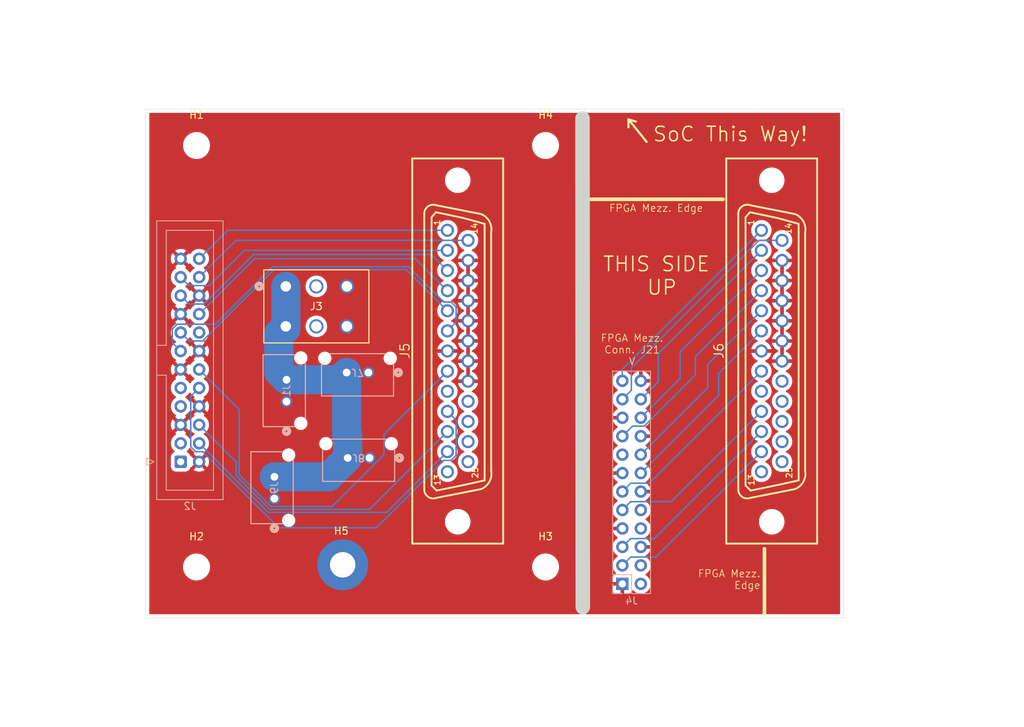
<source format=kicad_pcb>
(kicad_pcb (version 20241229) (generator "pcbnew") (generator_version "9.0")
  (layers (0 "F.Cu" signal) (2 "B.Cu" signal) (13 "F.Paste" user) (15 "B.Paste" user) (5 "F.SilkS" user "F.Silkscreen") (7 "B.SilkS" user "B.Silkscreen") (1 "F.Mask" user) (3 "B.Mask" user) (25 "Edge.Cuts" user))
  (net 0 "")
  (net 1 "GND")
  (net 3 "/Fin_~{CLR}")
  (net 6 "/Fin_S1")
  (net 7 "/Fin_S4")
  (net 8 "/Fin_~{LDAC}")
  (net 11 "/Fin_SCLK")
  (net 12 "/Fin_S3")
  (net 13 "/Fin_S2")
  (net 14 "/Fin_~{RESET}")
  (net 15 "/Fin_S0")
  (net 16 "/Fin_COPI")
  (net 17 "/Fin_CS")
  (net 38 "/supplyP")
  (net 39 "/vcut_S2")
  (net 40 "/vcut_COPI")
  (net 41 "/vcut_SCLK")
  (net 42 "/vcut_~{CLR}")
  (net 43 "/vcut_~{LDAC}")
  (net 44 "/vcut_~{RESET}")
  (net 45 "/vcut_S1")
  (net 46 "/vcut_S3")
  (net 47 "/vcut_CS")
  (net 48 "/vcut_S4")
  (net 49 "/vcut_S0")
  (net 50 "GND_Vcut")
  (footprint "MountingHole:MountingHole_3.2mm_M3" (layer "F.Cu") (at 86 111)
    (property "Reference" "H2" (at 0 -4.2 0) (layer "F.SilkS"))
    (property "Value" "MountingHole")
    (pad "" np_thru_hole circle (at 0 0) (size 3.2 3.2) (drill 3.2) (layers "*.Cu" "*.Mask"))
  )
  (footprint "MountingHole:MountingHole_3.2mm_M3" (layer "F.Cu") (at 134 111)
    (property "Reference" "H3" (at 0 -4.2 0) (layer "F.SilkS"))
    (property "Value" "MountingHole")
    (pad "" np_thru_hole circle (at 0 0) (size 3.2 3.2) (drill 3.2) (layers "*.Cu" "*.Mask"))
  )
  (footprint "MountingHole:MountingHole_3.5mm_Pad" (layer "F.Cu") (at 106.1 110.7)
    (property "Reference" "H5" (at -0.200001 -4.659199 0) (layer "F.SilkS"))
    (property "Value" "MountingHole_Pad")
    (pad "1" thru_hole circle (at 0 0) (size 7 7) (drill 3.5) (layers "*.Cu" "*.Mask") (net 1 "GND"))
  )
  (footprint "DS1034-25FUNSI44:DSUB-TH_DS1034-25FUNSI44" (layer "F.Cu") (at 165.1 81.28 90)
    (property "Reference" "J6" (at 0.03015 -7.2719 90) (layer "F.SilkS") (effects (font (size 1.27 1.27))))
    (property "Value" "DB25_Socket")
    (fp_line (start 26.5001 -6.2499) (end -26.4998 -6.2499) (stroke (width 0.254)) (layer "F.SilkS"))
    (fp_line (start 26.5001 -6.2499) (end 26.5001 6.2499) (stroke (width 0.254)) (layer "F.SilkS"))
    (fp_line (start 19 -4.5999) (end -19 -4.5999) (stroke (width 0.254)) (layer "F.SilkS"))
    (fp_line (start 18.4 -3.5999) (end 19.1 -3) (stroke (width 0.254)) (layer "F.SilkS"))
    (fp_line (start -18.1 -3.5992) (end 18.4 -3.5999) (stroke (width 0.254)) (layer "F.SilkS"))
    (fp_line (start -18.4988 -3.5992) (end -18.1 -3.5992) (stroke (width 0.254)) (layer "F.SilkS"))
    (fp_line (start 19.1 -3) (end 18.2999 0.8001) (stroke (width 0.254)) (layer "F.SilkS"))
    (fp_line (start -19.1999 -2.9007) (end -18.4988 -3.5992) (stroke (width 0.254)) (layer "F.SilkS"))
    (fp_line (start 18.2999 0.8001) (end 17.5001 3.7) (stroke (width 0.254)) (layer "F.SilkS"))
    (fp_line (start -18.4 1) (end -19.1999 -2.9007) (stroke (width 0.254)) (layer "F.SilkS"))
    (fp_line (start 18.8488 3.1994) (end 20.0495 -2.9012) (stroke (width 0.254)) (layer "F.SilkS"))
    (fp_line (start -19 3.1999) (end -20.2006 -2.9007) (stroke (width 0.254)) (layer "F.SilkS"))
    (fp_line (start 17.5001 3.7) (end -17.8001 3.7) (stroke (width 0.254)) (layer "F.SilkS"))
    (fp_line (start -17.8001 3.7) (end -18.4 1) (stroke (width 0.254)) (layer "F.SilkS"))
    (fp_line (start 16.2999 4.5999) (end -16.4998 4.5999) (stroke (width 0.254)) (layer "F.SilkS"))
    (fp_line (start -26.4998 6.2499) (end -26.4998 -6.2499) (stroke (width 0.254)) (layer "F.SilkS"))
    (fp_line (start -26.4998 6.2499) (end 26.5001 6.2499) (stroke (width 0.254)) (layer "F.SilkS"))
    (fp_arc (start 18.9489 -4.6005) (mid 19.937002 -4.033988) (end 20.0487 -2.9005) (stroke (width 0.254)) (layer "F.SilkS"))
    (fp_arc (start -20.1999 -2.8999) (mid -20.088225 -4.033504) (end -19.1 -4.5999) (stroke (width 0.254)) (layer "F.SilkS"))
    (fp_arc (start 18.8467 3.2009) (mid 17.846209 4.346526) (end 16.3466 4.6009) (stroke (width 0.254)) (layer "F.SilkS"))
    (fp_arc (start -16.4978 4.6015) (mid -17.997446 4.347136) (end -18.9979 3.2014) (stroke (width 0.254)) (layer "F.SilkS"))
    (fp_text user "13" (at -18.5999 -3.2539 90) (layer "F.SilkS") (effects (font (size 0.8 0.8) (thickness 0.1501)) (justify left top)))
    (fp_text user "25" (at -17.5946 1.9457 90) (layer "F.SilkS") (effects (font (size 0.8 0.8) (thickness 0.1501)) (justify left top)))
    (fp_text user "14" (at 16 1.8462 90) (layer "F.SilkS") (effects (font (size 0.8 0.8) (thickness 0.1501)) (justify left top)))
    (fp_text user "1" (at 17.1983 -3.2943 90) (layer "F.SilkS") (effects (font (size 0.8 0.8) (thickness 0.1501)) (justify left top)))
    (pad "" np_thru_hole circle (at -23.5001 0 90) (size 3 3) (drill 3) (layers "*.Cu" "*.Mask"))
    (pad "" np_thru_hole circle (at 23.5001 0 90) (size 3 3) (drill 3) (layers "*.Cu" "*.Mask"))
    (pad "1" thru_hole oval (at 16.6192 -1.4199 90) (size 1.8 1.8) (drill 1.1998) (layers "*.Cu" "*.Mask") (net 45 "/vcut_S1"))
    (pad "2" thru_hole oval (at 13.8506 -1.4199 90) (size 1.8 1.8) (drill 1.1998) (layers "*.Cu" "*.Mask") (net 39 "/vcut_S2"))
    (pad "3" thru_hole oval (at 11.0795 -1.4199 90) (size 1.8 1.8) (drill 1.1998) (layers "*.Cu" "*.Mask") (net 47 "/vcut_CS"))
    (pad "4" thru_hole oval (at 8.3109 -1.4199 90) (size 1.8 1.8) (drill 1.1998) (layers "*.Cu" "*.Mask") (net 41 "/vcut_SCLK"))
    (pad "5" thru_hole oval (at 5.5397 -1.4199 90) (size 1.8 1.8) (drill 1.1998) (layers "*.Cu" "*.Mask") (net 46 "/vcut_S3"))
    (pad "6" thru_hole oval (at 2.7686 -1.4199 90) (size 1.8 1.8) (drill 1.1998) (layers "*.Cu" "*.Mask") (net 48 "/vcut_S4"))
    (pad "7" thru_hole oval (at 0 -1.4199 90) (size 1.8 1.8) (drill 1.1998) (layers "*.Cu" "*.Mask") (net 50 "GND_Vcut"))
    (pad "8" thru_hole oval (at -2.7711 -1.4199 90) (size 1.8 1.8) (drill 1.1998) (layers "*.Cu" "*.Mask") (net 40 "/vcut_COPI"))
    (pad "9" thru_hole oval (at -5.5397 -1.4201 90) (size 1.8 1.8) (drill 1.1998) (layers "*.Cu" "*.Mask"))
    (pad "10" thru_hole oval (at -8.3109 -1.4199 90) (size 1.8 1.8) (drill 1.1998) (layers "*.Cu" "*.Mask") (net 42 "/vcut_~{CLR}"))
    (pad "11" thru_hole oval (at -11.0795 -1.4199 90) (size 1.8 1.8) (drill 1.1998) (layers "*.Cu" "*.Mask") (net 44 "/vcut_~{RESET}"))
    (pad "12" thru_hole oval (at -13.8506 -1.4199 90) (size 1.8 1.8) (drill 1.1998) (layers "*.Cu" "*.Mask") (net 43 "/vcut_~{LDAC}"))
    (pad "13" thru_hole oval (at -16.6192 -1.4173 90) (size 1.8 1.8) (drill 1.1998) (layers "*.Cu" "*.Mask"))
    (pad "14" thru_hole oval (at 15.2349 1.4201 270) (size 1.8 1.8) (drill 1.1998) (layers "*.Cu" "*.Mask") (net 49 "/vcut_S0"))
    (pad "15" thru_hole oval (at 12.465 1.4201 270) (size 1.8 1.8) (drill 1.1998) (layers "*.Cu" "*.Mask") (net 50 "GND_Vcut"))
    (pad "16" thru_hole oval (at 9.6949 1.4201 270) (size 1.8 1.8) (drill 1.1998) (layers "*.Cu" "*.Mask") (net 50 "GND_Vcut"))
    (pad "17" thru_hole oval (at 6.9251 1.4201 270) (size 1.8 1.8) (drill 1.1998) (layers "*.Cu" "*.Mask") (net 50 "GND_Vcut"))
    (pad "18" thru_hole oval (at 4.1549 1.4201 270) (size 1.8 1.8) (drill 1.1998) (layers "*.Cu" "*.Mask") (net 50 "GND_Vcut"))
    (pad "19" thru_hole oval (at 1.3851 1.4201 270) (size 1.8 1.8) (drill 1.1998) (layers "*.Cu" "*.Mask") (net 50 "GND_Vcut"))
    (pad "20" thru_hole oval (at -1.3851 1.4201 270) (size 1.8 1.8) (drill 1.1998) (layers "*.Cu" "*.Mask") (net 50 "GND_Vcut"))
    (pad "21" thru_hole oval (at -4.1549 1.4201 270) (size 1.8 1.8) (drill 1.1998) (layers "*.Cu" "*.Mask"))
    (pad "22" thru_hole oval (at -6.9251 1.4201 270) (size 1.8 1.8) (drill 1.1998) (layers "*.Cu" "*.Mask"))
    (pad "23" thru_hole oval (at -9.6949 1.4201 270) (size 1.8 1.8) (drill 1.1998) (layers "*.Cu" "*.Mask"))
    (pad "24" thru_hole oval (at -12.465 1.4201 270) (size 1.8 1.8) (drill 1.1998) (layers "*.Cu" "*.Mask"))
    (pad "25" thru_hole oval (at -15.2349 1.4201 270) (size 1.8 1.8) (drill 1.1998) (layers "*.Cu" "*.Mask"))
  )
  (footprint "MountingHole:MountingHole_3.2mm_M3" (layer "F.Cu") (at 134 53)
    (property "Reference" "H4" (at 0 -4.2 0) (layer "F.SilkS"))
    (property "Value" "MountingHole")
    (pad "" np_thru_hole circle (at 0 0) (size 3.2 3.2) (drill 3.2) (layers "*.Cu" "*.Mask"))
  )
  (footprint "MountingHole:MountingHole_3.2mm_M3" (layer "F.Cu") (at 86 53)
    (property "Reference" "H1" (at 0 -4.2 0) (layer "F.SilkS"))
    (property "Value" "MountingHole")
    (pad "" np_thru_hole circle (at 0 0) (size 3.2 3.2) (drill 3.2) (layers "*.Cu" "*.Mask"))
  )
  (footprint "ul_0039281063-5566-06A:CONN_0039281063_5566-06A_MOL" (layer "F.Cu") (at 98.280002 72.385101)
    (property "Reference" "J3" (at 4.199999 2.75 0) (layer "F.SilkS"))
    (property "Value" "Molex6")
    (fp_line (start -3.026301 -2.277001) (end -3.026301 7.781399) (stroke (width 0.1524)) (layer "F.SilkS"))
    (fp_line (start -3.026301 7.781399) (end 11.426299 7.781399) (stroke (width 0.1524)) (layer "F.SilkS"))
    (fp_line (start 11.426299 -2.277001) (end -3.026301 -2.277001) (stroke (width 0.1524)) (layer "F.SilkS"))
    (fp_line (start 11.426299 7.781399) (end 11.426299 -2.277001) (stroke (width 0.1524)) (layer "F.SilkS"))
    (fp_circle (center -3.661301 0) (end -3.280301 0) (stroke (width 0.508)) (fill no) (layer "F.SilkS"))
    (fp_circle (center -3.661301 0) (end -3.280301 0) (stroke (width 0.508)) (fill no) (layer "B.SilkS"))
    (pad "1" thru_hole circle (at 0 0) (size 1.9558 1.9558) (drill 1.4478) (layers "*.Cu" "*.Mask") (net 38 "/supplyP"))
    (pad "2" thru_hole circle (at 0 5.499999) (size 1.9558 1.9558) (drill 1.4478) (layers "*.Cu" "*.Mask") (net 38 "/supplyP"))
    (pad "3" thru_hole circle (at 4.199999 0) (size 1.9558 1.9558) (drill 1.4478) (layers "*.Cu" "*.Mask"))
    (pad "4" thru_hole circle (at 4.199999 5.499999) (size 1.9558 1.9558) (drill 1.4478) (layers "*.Cu" "*.Mask"))
    (pad "5" thru_hole circle (at 8.399998 0) (size 1.9558 1.9558) (drill 1.4478) (layers "*.Cu" "*.Mask") (net 1 "GND"))
    (pad "6" thru_hole circle (at 8.399998 5.499999) (size 1.9558 1.9558) (drill 1.4478) (layers "*.Cu" "*.Mask") (net 1 "GND"))
  )
  (footprint "DS1034-25FUNSI44:DSUB-TH_DS1034-25FUNSI44" (layer "F.Cu") (at 121.92 81.28 90)
    (property "Reference" "J5" (at 0.03015 -7.2719 90) (layer "F.SilkS") (effects (font (size 1.27 1.27))))
    (property "Value" "DB25_Socket")
    (fp_line (start 26.5001 -6.2499) (end -26.4998 -6.2499) (stroke (width 0.254)) (layer "F.SilkS"))
    (fp_line (start 26.5001 -6.2499) (end 26.5001 6.2499) (stroke (width 0.254)) (layer "F.SilkS"))
    (fp_line (start 19 -4.5999) (end -19 -4.5999) (stroke (width 0.254)) (layer "F.SilkS"))
    (fp_line (start 18.4 -3.5999) (end 19.1 -3) (stroke (width 0.254)) (layer "F.SilkS"))
    (fp_line (start -18.1 -3.5992) (end 18.4 -3.5999) (stroke (width 0.254)) (layer "F.SilkS"))
    (fp_line (start -18.4988 -3.5992) (end -18.1 -3.5992) (stroke (width 0.254)) (layer "F.SilkS"))
    (fp_line (start 19.1 -3) (end 18.2999 0.8001) (stroke (width 0.254)) (layer "F.SilkS"))
    (fp_line (start -19.1999 -2.9007) (end -18.4988 -3.5992) (stroke (width 0.254)) (layer "F.SilkS"))
    (fp_line (start 18.2999 0.8001) (end 17.5001 3.7) (stroke (width 0.254)) (layer "F.SilkS"))
    (fp_line (start -18.4 1) (end -19.1999 -2.9007) (stroke (width 0.254)) (layer "F.SilkS"))
    (fp_line (start 18.8488 3.1994) (end 20.0495 -2.9012) (stroke (width 0.254)) (layer "F.SilkS"))
    (fp_line (start -19 3.1999) (end -20.2006 -2.9007) (stroke (width 0.254)) (layer "F.SilkS"))
    (fp_line (start 17.5001 3.7) (end -17.8001 3.7) (stroke (width 0.254)) (layer "F.SilkS"))
    (fp_line (start -17.8001 3.7) (end -18.4 1) (stroke (width 0.254)) (layer "F.SilkS"))
    (fp_line (start 16.2999 4.5999) (end -16.4998 4.5999) (stroke (width 0.254)) (layer "F.SilkS"))
    (fp_line (start -26.4998 6.2499) (end -26.4998 -6.2499) (stroke (width 0.254)) (layer "F.SilkS"))
    (fp_line (start -26.4998 6.2499) (end 26.5001 6.2499) (stroke (width 0.254)) (layer "F.SilkS"))
    (fp_arc (start 18.9489 -4.6005) (mid 19.937002 -4.033988) (end 20.0487 -2.9005) (stroke (width 0.254)) (layer "F.SilkS"))
    (fp_arc (start -20.1999 -2.8999) (mid -20.088225 -4.033504) (end -19.1 -4.5999) (stroke (width 0.254)) (layer "F.SilkS"))
    (fp_arc (start 18.8467 3.2009) (mid 17.846209 4.346526) (end 16.3466 4.6009) (stroke (width 0.254)) (layer "F.SilkS"))
    (fp_arc (start -16.4978 4.6015) (mid -17.997446 4.347136) (end -18.9979 3.2014) (stroke (width 0.254)) (layer "F.SilkS"))
    (fp_text user "1" (at 17.1983 -3.2943 90) (layer "F.SilkS") (effects (font (size 0.8 0.8) (thickness 0.1501)) (justify left top)))
    (fp_text user "25" (at -17.5946 1.9457 90) (layer "F.SilkS") (effects (font (size 0.8 0.8) (thickness 0.1501)) (justify left top)))
    (fp_text user "13" (at -18.5999 -3.2539 90) (layer "F.SilkS") (effects (font (size 0.8 0.8) (thickness 0.1501)) (justify left top)))
    (fp_text user "14" (at 16 1.8462 90) (layer "F.SilkS") (effects (font (size 0.8 0.8) (thickness 0.1501)) (justify left top)))
    (pad "" np_thru_hole circle (at -23.5001 0 90) (size 3 3) (drill 3) (layers "*.Cu" "*.Mask"))
    (pad "" np_thru_hole circle (at 23.5001 0 90) (size 3 3) (drill 3) (layers "*.Cu" "*.Mask"))
    (pad "1" thru_hole oval (at 16.6192 -1.4199 90) (size 1.8 1.8) (drill 1.1998) (layers "*.Cu" "*.Mask") (net 6 "/Fin_S1"))
    (pad "2" thru_hole oval (at 13.8506 -1.4199 90) (size 1.8 1.8) (drill 1.1998) (layers "*.Cu" "*.Mask") (net 13 "/Fin_S2"))
    (pad "3" thru_hole oval (at 11.0795 -1.4199 90) (size 1.8 1.8) (drill 1.1998) (layers "*.Cu" "*.Mask") (net 17 "/Fin_CS"))
    (pad "4" thru_hole oval (at 8.3109 -1.4199 90) (size 1.8 1.8) (drill 1.1998) (layers "*.Cu" "*.Mask") (net 11 "/Fin_SCLK"))
    (pad "5" thru_hole oval (at 5.5397 -1.4199 90) (size 1.8 1.8) (drill 1.1998) (layers "*.Cu" "*.Mask") (net 12 "/Fin_S3"))
    (pad "6" thru_hole oval (at 2.7686 -1.4199 90) (size 1.8 1.8) (drill 1.1998) (layers "*.Cu" "*.Mask") (net 7 "/Fin_S4"))
    (pad "7" thru_hole oval (at 0 -1.4199 90) (size 1.8 1.8) (drill 1.1998) (layers "*.Cu" "*.Mask") (net 1 "GND"))
    (pad "8" thru_hole oval (at -2.7711 -1.4199 90) (size 1.8 1.8) (drill 1.1998) (layers "*.Cu" "*.Mask") (net 16 "/Fin_COPI"))
    (pad "9" thru_hole oval (at -5.5397 -1.4201 90) (size 1.8 1.8) (drill 1.1998) (layers "*.Cu" "*.Mask"))
    (pad "10" thru_hole oval (at -8.3109 -1.4199 90) (size 1.8 1.8) (drill 1.1998) (layers "*.Cu" "*.Mask") (net 3 "/Fin_~{CLR}"))
    (pad "11" thru_hole oval (at -11.0795 -1.4199 90) (size 1.8 1.8) (drill 1.1998) (layers "*.Cu" "*.Mask") (net 14 "/Fin_~{RESET}"))
    (pad "12" thru_hole oval (at -13.8506 -1.4199 90) (size 1.8 1.8) (drill 1.1998) (layers "*.Cu" "*.Mask") (net 8 "/Fin_~{LDAC}"))
    (pad "13" thru_hole oval (at -16.6192 -1.4173 90) (size 1.8 1.8) (drill 1.1998) (layers "*.Cu" "*.Mask"))
    (pad "14" thru_hole oval (at 15.2349 1.4201 270) (size 1.8 1.8) (drill 1.1998) (layers "*.Cu" "*.Mask") (net 15 "/Fin_S0"))
    (pad "15" thru_hole oval (at 12.465 1.4201 270) (size 1.8 1.8) (drill 1.1998) (layers "*.Cu" "*.Mask") (net 1 "GND"))
    (pad "16" thru_hole oval (at 9.6949 1.4201 270) (size 1.8 1.8) (drill 1.1998) (layers "*.Cu" "*.Mask") (net 1 "GND"))
    (pad "17" thru_hole oval (at 6.9251 1.4201 270) (size 1.8 1.8) (drill 1.1998) (layers "*.Cu" "*.Mask") (net 1 "GND"))
    (pad "18" thru_hole oval (at 4.1549 1.4201 270) (size 1.8 1.8) (drill 1.1998) (layers "*.Cu" "*.Mask") (net 1 "GND"))
    (pad "19" thru_hole oval (at 1.3851 1.4201 270) (size 1.8 1.8) (drill 1.1998) (layers "*.Cu" "*.Mask") (net 1 "GND"))
    (pad "20" thru_hole oval (at -1.3851 1.4201 270) (size 1.8 1.8) (drill 1.1998) (layers "*.Cu" "*.Mask") (net 1 "GND"))
    (pad "21" thru_hole oval (at -4.1549 1.4201 270) (size 1.8 1.8) (drill 1.1998) (layers "*.Cu" "*.Mask") (net 1 "GND"))
    (pad "22" thru_hole oval (at -6.9251 1.4201 270) (size 1.8 1.8) (drill 1.1998) (layers "*.Cu" "*.Mask"))
    (pad "23" thru_hole oval (at -9.6949 1.4201 270) (size 1.8 1.8) (drill 1.1998) (layers "*.Cu" "*.Mask"))
    (pad "24" thru_hole oval (at -12.465 1.4201 270) (size 1.8 1.8) (drill 1.1998) (layers "*.Cu" "*.Mask"))
    (pad "25" thru_hole oval (at -15.2349 1.4201 270) (size 1.8 1.8) (drill 1.1998) (layers "*.Cu" "*.Mask"))
  )
  (footprint "ul_436500215:CONN_SD-43650-006_02_MOL" (layer "B.Cu") (at 108.29 96.31)
    (property "Reference" "J8" (at 0 -0.318699 180) (layer "B.SilkS") (effects (justify mirror)))
    (property "Value" "Molex Microfit")
    (fp_circle (center 5.588 -0.318699) (end 5.969 -0.318699) (stroke (width 0.508)) (fill no) (layer "F.SilkS"))
    (fp_line (start -4.953 2.9083) (end -4.953 -1.394892) (stroke (width 0.1524)) (layer "B.SilkS"))
    (fp_line (start -3.731929 -2.9083) (end 3.731929 -2.9083) (stroke (width 0.1524)) (layer "B.SilkS"))
    (fp_line (start 4.953 -1.394892) (end 4.953 2.9083) (stroke (width 0.1524)) (layer "B.SilkS"))
    (fp_line (start 4.953 2.9083) (end -4.953 2.9083) (stroke (width 0.1524)) (layer "B.SilkS"))
    (fp_circle (center 5.588 -0.318699) (end 5.969 -0.318699) (stroke (width 0.508)) (fill no) (layer "B.SilkS"))
    (pad "" np_thru_hole circle (at -4.499999 -2.2787) (size 1.3208 1.3208) (drill 1.3208) (layers "*.Cu" "*.Mask"))
    (pad "" np_thru_hole circle (at 4.499999 -2.2787) (size 1.3208 1.3208) (drill 1.3208) (layers "*.Cu" "*.Mask"))
    (pad "1" thru_hole circle (at 1.5 -0.318699) (size 1.5748 1.5748) (drill 1.0668) (layers "*.Cu" "*.Mask") (net 1 "GND"))
    (pad "2" thru_hole circle (at -1.5 -0.318699) (size 1.5748 1.5748) (drill 1.0668) (layers "*.Cu" "*.Mask") (net 38 "/supplyP"))
  )
  (footprint "ul_436500215:CONN_SD-43650-006_02_MOL" (layer "B.Cu") (at 96.388699 100.09 -90)
    (property "Reference" "J9" (at 0 -0.318699 90) (layer "B.SilkS") (effects (justify mirror)))
    (property "Value" "Molex Microfit")
    (fp_circle (center 5.588 -0.318699) (end 5.969 -0.318699) (stroke (width 0.508)) (fill no) (layer "F.SilkS"))
    (fp_line (start -4.953 2.9083) (end -4.953 -1.394892) (stroke (width 0.1524)) (layer "B.SilkS"))
    (fp_line (start 4.953 2.9083) (end -4.953 2.9083) (stroke (width 0.1524)) (layer "B.SilkS"))
    (fp_line (start 4.953 -1.394892) (end 4.953 2.9083) (stroke (width 0.1524)) (layer "B.SilkS"))
    (fp_line (start -3.731929 -2.9083) (end 3.731929 -2.9083) (stroke (width 0.1524)) (layer "B.SilkS"))
    (fp_circle (center 5.588 -0.318699) (end 5.969 -0.318699) (stroke (width 0.508)) (fill no) (layer "B.SilkS"))
    (pad "" np_thru_hole circle (at -4.499999 -2.2787 270) (size 1.3208 1.3208) (drill 1.3208) (layers "*.Cu" "*.Mask"))
    (pad "" np_thru_hole circle (at 4.499999 -2.2787 270) (size 1.3208 1.3208) (drill 1.3208) (layers "*.Cu" "*.Mask"))
    (pad "1" thru_hole circle (at 1.5 -0.318699 270) (size 1.5748 1.5748) (drill 1.0668) (layers "*.Cu" "*.Mask") (net 1 "GND"))
    (pad "2" thru_hole circle (at -1.5 -0.318699 270) (size 1.5748 1.5748) (drill 1.0668) (layers "*.Cu" "*.Mask") (net 38 "/supplyP"))
  )
  (footprint "ul_436500215:CONN_SD-43650-006_02_MOL" (layer "B.Cu") (at 108.14 84.558699)
    (property "Reference" "J7" (at 0 -0.318699 180) (layer "B.SilkS") (effects (justify mirror)))
    (property "Value" "Molex Microfit")
    (fp_circle (center 5.588 -0.318699) (end 5.969 -0.318699) (stroke (width 0.508)) (fill no) (layer "F.SilkS"))
    (fp_line (start -4.953 2.9083) (end -4.953 -1.394892) (stroke (width 0.1524)) (layer "B.SilkS"))
    (fp_line (start -3.731929 -2.9083) (end 3.731929 -2.9083) (stroke (width 0.1524)) (layer "B.SilkS"))
    (fp_line (start 4.953 -1.394892) (end 4.953 2.9083) (stroke (width 0.1524)) (layer "B.SilkS"))
    (fp_line (start 4.953 2.9083) (end -4.953 2.9083) (stroke (width 0.1524)) (layer "B.SilkS"))
    (fp_circle (center 5.588 -0.318699) (end 5.969 -0.318699) (stroke (width 0.508)) (fill no) (layer "B.SilkS"))
    (pad "" np_thru_hole circle (at -4.499999 -2.2787) (size 1.3208 1.3208) (drill 1.3208) (layers "*.Cu" "*.Mask"))
    (pad "" np_thru_hole circle (at 4.499999 -2.2787) (size 1.3208 1.3208) (drill 1.3208) (layers "*.Cu" "*.Mask"))
    (pad "1" thru_hole circle (at 1.5 -0.318699) (size 1.5748 1.5748) (drill 1.0668) (layers "*.Cu" "*.Mask") (net 1 "GND"))
    (pad "2" thru_hole circle (at -1.5 -0.318699) (size 1.5748 1.5748) (drill 1.0668) (layers "*.Cu" "*.Mask") (net 38 "/supplyP"))
  )
  (footprint "Connector_IDC:IDC-Header_2x12_P2.54mm_Vertical" (layer "B.Cu") (at 83.82 96.52)
    (property "Reference" "J2" (at 1.27 6.1 180) (layer "B.SilkS") (effects (justify mirror)))
    (property "Value" "Conn_02x12_Odd_Even")
    (fp_line (start -4.68 -0.5) (end -3.68 0) (stroke (width 0.12)) (layer "B.SilkS"))
    (fp_line (start -4.68 0.5) (end -4.68 -0.5) (stroke (width 0.12)) (layer "B.SilkS"))
    (fp_line (start -3.68 0) (end -4.68 0.5) (stroke (width 0.12)) (layer "B.SilkS"))
    (fp_line (start -3.29 -33.15) (end -3.29 5.21) (stroke (width 0.12)) (layer "B.SilkS"))
    (fp_line (start -3.29 -11.92) (end -1.98 -11.92) (stroke (width 0.12)) (layer "B.SilkS"))
    (fp_line (start -3.29 5.21) (end 5.83 5.21) (stroke (width 0.12)) (layer "B.SilkS"))
    (fp_line (start -1.98 -31.85) (end -1.98 -16.02) (stroke (width 0.12)) (layer "B.SilkS"))
    (fp_line (start -1.98 -16.02) (end -3.29 -16.02) (stroke (width 0.12)) (layer "B.SilkS"))
    (fp_line (start -1.98 -16.02) (end -1.98 -16.02) (stroke (width 0.12)) (layer "B.SilkS"))
    (fp_line (start -1.98 -11.92) (end -1.98 3.91) (stroke (width 0.12)) (layer "B.SilkS"))
    (fp_line (start -1.98 3.91) (end 4.52 3.91) (stroke (width 0.12)) (layer "B.SilkS"))
    (fp_line (start 4.52 -31.85) (end -1.98 -31.85) (stroke (width 0.12)) (layer "B.SilkS"))
    (fp_line (start 4.52 3.91) (end 4.52 -31.85) (stroke (width 0.12)) (layer "B.SilkS"))
    (fp_line (start 5.83 -33.15) (end -3.29 -33.15) (stroke (width 0.12)) (layer "B.SilkS"))
    (fp_line (start 5.83 5.21) (end 5.83 -33.15) (stroke (width 0.12)) (layer "B.SilkS"))
    (pad "1" thru_hole roundrect (at 0 0) (size 1.7 1.7) (drill 1) (layers "*.Cu" "*.Mask") (roundrect_rratio 0.147059))
    (pad "2" thru_hole circle (at 2.54 0) (size 1.7 1.7) (drill 1) (layers "*.Cu" "*.Mask") (net 1 "GND"))
    (pad "3" thru_hole circle (at 0 -2.54) (size 1.7 1.7) (drill 1) (layers "*.Cu" "*.Mask"))
    (pad "4" thru_hole circle (at 2.54 -2.54) (size 1.7 1.7) (drill 1) (layers "*.Cu" "*.Mask") (net 8 "/Fin_~{LDAC}"))
    (pad "5" thru_hole circle (at 0 -5.08) (size 1.7 1.7) (drill 1) (layers "*.Cu" "*.Mask") (net 1 "GND"))
    (pad "6" thru_hole circle (at 2.54 -5.08) (size 1.7 1.7) (drill 1) (layers "*.Cu" "*.Mask") (net 14 "/Fin_~{RESET}"))
    (pad "7" thru_hole circle (at 0 -7.62) (size 1.7 1.7) (drill 1) (layers "*.Cu" "*.Mask"))
    (pad "8" thru_hole circle (at 2.54 -7.62) (size 1.7 1.7) (drill 1) (layers "*.Cu" "*.Mask") (net 1 "GND"))
    (pad "9" thru_hole circle (at 0 -10.16) (size 1.7 1.7) (drill 1) (layers "*.Cu" "*.Mask"))
    (pad "10" thru_hole circle (at 2.54 -10.16) (size 1.7 1.7) (drill 1) (layers "*.Cu" "*.Mask") (net 3 "/Fin_~{CLR}"))
    (pad "11" thru_hole circle (at 0 -12.7) (size 1.7 1.7) (drill 1) (layers "*.Cu" "*.Mask") (net 1 "GND"))
    (pad "12" thru_hole circle (at 2.54 -12.7) (size 1.7 1.7) (drill 1) (layers "*.Cu" "*.Mask") (net 16 "/Fin_COPI"))
    (pad "13" thru_hole circle (at 0 -15.24) (size 1.7 1.7) (drill 1) (layers "*.Cu" "*.Mask") (net 7 "/Fin_S4"))
    (pad "14" thru_hole circle (at 2.54 -15.24) (size 1.7 1.7) (drill 1) (layers "*.Cu" "*.Mask") (net 1 "GND"))
    (pad "15" thru_hole circle (at 0 -17.78) (size 1.7 1.7) (drill 1) (layers "*.Cu" "*.Mask") (net 12 "/Fin_S3"))
    (pad "16" thru_hole circle (at 2.54 -17.78) (size 1.7 1.7) (drill 1) (layers "*.Cu" "*.Mask"))
    (pad "17" thru_hole circle (at 0 -20.32) (size 1.7 1.7) (drill 1) (layers "*.Cu" "*.Mask") (net 1 "GND"))
    (pad "18" thru_hole circle (at 2.54 -20.32) (size 1.7 1.7) (drill 1) (layers "*.Cu" "*.Mask") (net 11 "/Fin_SCLK"))
    (pad "19" thru_hole circle (at 0 -22.86) (size 1.7 1.7) (drill 1) (layers "*.Cu" "*.Mask") (net 17 "/Fin_CS"))
    (pad "20" thru_hole circle (at 2.54 -22.86) (size 1.7 1.7) (drill 1) (layers "*.Cu" "*.Mask") (net 1 "GND"))
    (pad "21" thru_hole circle (at 0 -25.4) (size 1.7 1.7) (drill 1) (layers "*.Cu" "*.Mask") (net 13 "/Fin_S2"))
    (pad "22" thru_hole circle (at 2.54 -25.4) (size 1.7 1.7) (drill 1) (layers "*.Cu" "*.Mask") (net 15 "/Fin_S0"))
    (pad "23" thru_hole circle (at 0 -27.94) (size 1.7 1.7) (drill 1) (layers "*.Cu" "*.Mask") (net 1 "GND"))
    (pad "24" thru_hole circle (at 2.54 -27.94) (size 1.7 1.7) (drill 1) (layers "*.Cu" "*.Mask") (net 6 "/Fin_S1"))
  )
  (footprint "Connector_PinHeader_2.54mm:PinHeader_2x12_P2.54mm_Vertical" (layer "B.Cu") (at 144.56 113.32)
    (property "Reference" "J4" (at 1.27 2.33 180) (layer "B.SilkS") (effects (justify mirror)))
    (property "Value" "Conn_02x12_Odd_Even")
    (fp_line (start -1.33 -29.27) (end 3.87 -29.27) (stroke (width 0.12)) (layer "B.SilkS"))
    (fp_line (start -1.33 -1.27) (end -1.33 -29.27) (stroke (width 0.12)) (layer "B.SilkS"))
    (fp_line (start -1.33 -1.27) (end 1.27 -1.27) (stroke (width 0.12)) (layer "B.SilkS"))
    (fp_line (start -1.33 0) (end -1.33 1.33) (stroke (width 0.12)) (layer "B.SilkS"))
    (fp_line (start -1.33 1.33) (end 0 1.33) (stroke (width 0.12)) (layer "B.SilkS"))
    (fp_line (start 1.27 -1.27) (end 1.27 1.33) (stroke (width 0.12)) (layer "B.SilkS"))
    (fp_line (start 1.27 1.33) (end 3.87 1.33) (stroke (width 0.12)) (layer "B.SilkS"))
    (fp_line (start 3.87 1.33) (end 3.87 -29.27) (stroke (width 0.12)) (layer "B.SilkS"))
    (pad "1" thru_hole rect (at 0 0) (size 1.7 1.7) (drill 1) (layers "*.Cu" "*.Mask") (net 50 "GND_Vcut"))
    (pad "2" thru_hole oval (at 2.54 0) (size 1.7 1.7) (drill 1) (layers "*.Cu" "*.Mask"))
    (pad "3" thru_hole oval (at 0 -2.54) (size 1.7 1.7) (drill 1) (layers "*.Cu" "*.Mask") (net 43 "/vcut_~{LDAC}"))
    (pad "4" thru_hole oval (at 2.54 -2.54) (size 1.7 1.7) (drill 1) (layers "*.Cu" "*.Mask"))
    (pad "5" thru_hole oval (at 0 -5.08) (size 1.7 1.7) (drill 1) (layers "*.Cu" "*.Mask") (net 44 "/vcut_~{RESET}"))
    (pad "6" thru_hole oval (at 2.54 -5.08) (size 1.7 1.7) (drill 1) (layers "*.Cu" "*.Mask") (net 50 "GND_Vcut"))
    (pad "7" thru_hole oval (at 0 -7.62) (size 1.7 1.7) (drill 1) (layers "*.Cu" "*.Mask") (net 50 "GND_Vcut"))
    (pad "8" thru_hole oval (at 2.54 -7.62) (size 1.7 1.7) (drill 1) (layers "*.Cu" "*.Mask"))
    (pad "9" thru_hole oval (at 0 -10.16) (size 1.7 1.7) (drill 1) (layers "*.Cu" "*.Mask") (net 42 "/vcut_~{CLR}"))
    (pad "10" thru_hole oval (at 2.54 -10.16) (size 1.7 1.7) (drill 1) (layers "*.Cu" "*.Mask"))
    (pad "11" thru_hole oval (at 0 -12.7) (size 1.7 1.7) (drill 1) (layers "*.Cu" "*.Mask") (net 40 "/vcut_COPI"))
    (pad "12" thru_hole oval (at 2.54 -12.7) (size 1.7 1.7) (drill 1) (layers "*.Cu" "*.Mask") (net 50 "GND_Vcut"))
    (pad "13" thru_hole oval (at 0 -15.24) (size 1.7 1.7) (drill 1) (layers "*.Cu" "*.Mask") (net 50 "GND_Vcut"))
    (pad "14" thru_hole oval (at 2.54 -15.24) (size 1.7 1.7) (drill 1) (layers "*.Cu" "*.Mask") (net 48 "/vcut_S4"))
    (pad "15" thru_hole oval (at 0 -17.78) (size 1.7 1.7) (drill 1) (layers "*.Cu" "*.Mask"))
    (pad "16" thru_hole oval (at 2.54 -17.78) (size 1.7 1.7) (drill 1) (layers "*.Cu" "*.Mask") (net 46 "/vcut_S3"))
    (pad "17" thru_hole oval (at 0 -20.32) (size 1.7 1.7) (drill 1) (layers "*.Cu" "*.Mask") (net 41 "/vcut_SCLK"))
    (pad "18" thru_hole oval (at 2.54 -20.32) (size 1.7 1.7) (drill 1) (layers "*.Cu" "*.Mask") (net 50 "GND_Vcut"))
    (pad "19" thru_hole oval (at 0 -22.86) (size 1.7 1.7) (drill 1) (layers "*.Cu" "*.Mask") (net 50 "GND_Vcut"))
    (pad "20" thru_hole oval (at 2.54 -22.86) (size 1.7 1.7) (drill 1) (layers "*.Cu" "*.Mask") (net 47 "/vcut_CS"))
    (pad "21" thru_hole oval (at 0 -25.4) (size 1.7 1.7) (drill 1) (layers "*.Cu" "*.Mask") (net 49 "/vcut_S0"))
    (pad "22" thru_hole oval (at 2.54 -25.4) (size 1.7 1.7) (drill 1) (layers "*.Cu" "*.Mask") (net 39 "/vcut_S2"))
    (pad "23" thru_hole oval (at 0 -27.94) (size 1.7 1.7) (drill 1) (layers "*.Cu" "*.Mask") (net 45 "/vcut_S1"))
    (pad "24" thru_hole oval (at 2.54 -27.94) (size 1.7 1.7) (drill 1) (layers "*.Cu" "*.Mask") (net 50 "GND_Vcut"))
  )
  (footprint "ul_436500215:CONN_SD-43650-006_02_MOL" (layer "B.Cu") (at 98.0611 86.7338 -90)
    (property "Reference" "J1" (at 0 -0.318699 90) (layer "B.SilkS") (effects (justify mirror)))
    (property "Value" "Molex Microfit")
    (fp_circle (center 5.588 -0.318699) (end 5.969 -0.318699) (stroke (width 0.508)) (fill no) (layer "F.SilkS"))
    (fp_line (start -4.953 2.9083) (end -4.953 -1.394892) (stroke (width 0.1524)) (layer "B.SilkS"))
    (fp_line (start 4.953 2.9083) (end -4.953 2.9083) (stroke (width 0.1524)) (layer "B.SilkS"))
    (fp_line (start 4.953 -1.394892) (end 4.953 2.9083) (stroke (width 0.1524)) (layer "B.SilkS"))
    (fp_line (start -3.731929 -2.9083) (end 3.731929 -2.9083) (stroke (width 0.1524)) (layer "B.SilkS"))
    (fp_circle (center 5.588 -0.318699) (end 5.969 -0.318699) (stroke (width 0.508)) (fill no) (layer "B.SilkS"))
    (pad "" np_thru_hole circle (at -4.499999 -2.2787 270) (size 1.3208 1.3208) (drill 1.3208) (layers "*.Cu" "*.Mask"))
    (pad "" np_thru_hole circle (at 4.499999 -2.2787 270) (size 1.3208 1.3208) (drill 1.3208) (layers "*.Cu" "*.Mask"))
    (pad "1" thru_hole circle (at 1.5 -0.318699 270) (size 1.5748 1.5748) (drill 1.0668) (layers "*.Cu" "*.Mask") (net 1 "GND"))
    (pad "2" thru_hole circle (at -1.5 -0.318699 270) (size 1.5748 1.5748) (drill 1.0668) (layers "*.Cu" "*.Mask") (net 38 "/supplyP"))
  )
  (gr_curve (pts (xy 102.480001 72.57) (xy 102.480001 72.57) (xy 102.480001 72.57) (xy 102.480001 72.57)) (stroke (width 0.1)) (layer "F.SilkS"))
  (gr_line (start 164.1 117.4) (end 164.1 108.5) (stroke (width 0.5)) (layer "F.SilkS"))
  (gr_curve (pts (xy 102.480001 72.57) (xy 102.480001 72.57) (xy 102.480001 72.57) (xy 102.480001 72.57)) (stroke (width 0.1)) (layer "F.SilkS"))
  (gr_line (start 145.4 49.4) (end 146.4 49.7) (stroke (width 0.3)) (layer "F.SilkS"))
  (gr_line (start 145.4 49.4) (end 145.4 50.5) (stroke (width 0.3)) (layer "F.SilkS"))
  (gr_curve (pts (xy 102.480001 72.57) (xy 102.480001 72.57) (xy 102.480001 72.57) (xy 102.480001 72.57)) (stroke (width 0.1)) (layer "F.SilkS"))
  (gr_line (start 147.9 52.5) (end 145.4 49.4) (stroke (width 0.3)) (layer "F.SilkS"))
  (gr_line (start 140.2 60.4) (end 158.4 60.4) (stroke (width 0.5)) (layer "F.SilkS"))
  (gr_rect (start 79 48) (end 175 118) (stroke (width 0.05)) (fill no) (layer "Edge.Cuts"))
  (gr_line (start 139.12 116.52) (end 139.08 49.28) (stroke (width 2)) (layer "Edge.Cuts"))
  (gr_text "FPGA Mezz. Edge" (at 149.2 62.2 0) (layer "F.SilkS") (effects (font (size 1 1) (thickness 0.1)) (justify bottom)))
  (gr_text "FPGA Mezz.\nConn. J21\nV" (at 145.9 83.3 0) (layer "F.SilkS") (effects (font (size 1 1) (thickness 0.1)) (justify bottom)))
  (gr_text "FPGA Mezz.\nEdge" (at 163.6 114.1 0) (layer "F.SilkS") (effects (font (size 1 1) (thickness 0.1)) (justify right bottom)))
  (gr_text "SoC This Way!" (at 159.4 52.6 0) (layer "F.SilkS") (effects (font (size 2 2) (thickness 0.2)) (justify bottom)))
  (gr_text "THIS SIDE \nUP" (at 150 73.7 0) (layer "F.SilkS") (effects (font (size 2 2) (thickness 0.2)) (justify bottom)))
  (segment (start 86.83676 95.131) (end 97.307159 105.601399) (width 0.2) (layer "B.Cu") (net 3))
  (segment (start 120.002629 96.3316) (end 120.997571 96.3316) (width 0.2) (layer "B.Cu") (net 3))
  (segment (start 110.73283 105.601399) (end 120.002629 96.3316) (width 0.2) (layer "B.Cu") (net 3))
  (segment (start 85.88324 95.131) (end 86.83676 95.131) (width 0.2) (layer "B.Cu") (net 3))
  (segment (start 97.307159 105.601399) (end 110.73283 105.601399) (width 0.2) (layer "B.Cu") (net 3))
  (segment (start 85.209 87.511) (end 85.209 94.45676) (width 0.2) (layer "B.Cu") (net 3))
  (segment (start 121.7011 90.7919) (end 120.5001 89.5909) (width 0.2) (layer "B.Cu") (net 3))
  (segment (start 121.7011 95.628071) (end 121.7011 90.7919) (width 0.2) (layer "B.Cu") (net 3))
  (segment (start 86.36 86.36) (end 85.209 87.511) (width 0.2) (layer "B.Cu") (net 3))
  (segment (start 85.209 94.45676) (end 85.88324 95.131) (width 0.2) (layer "B.Cu") (net 3))
  (segment (start 120.997571 96.3316) (end 121.7011 95.628071) (width 0.2) (layer "B.Cu") (net 3))
  (segment (start 90.2792 64.6608) (end 120.5001 64.6608) (width 0.2) (layer "B.Cu") (net 6))
  (segment (start 86.36 68.58) (end 90.2792 64.6608) (width 0.2) (layer "B.Cu") (net 6))
  (segment (start 96.477559 69.683101) (end 115.14643 69.683101) (width 0.2) (layer "B.Cu") (net 7))
  (segment (start 120.002629 74.5393) (end 120.997571 74.5393) (width 0.2) (layer "B.Cu") (net 7))
  (segment (start 82.669 78.26324) (end 83.34324 77.589) (width 0.2) (layer "B.Cu") (net 7))
  (segment (start 121.7011 77.3104) (end 120.5001 78.5114) (width 0.2) (layer "B.Cu") (net 7))
  (segment (start 83.34324 77.589) (end 88.57166 77.589) (width 0.2) (layer "B.Cu") (net 7))
  (segment (start 83.82 81.28) (end 82.669 80.129) (width 0.2) (layer "B.Cu") (net 7))
  (segment (start 88.57166 77.589) (end 96.477559 69.683101) (width 0.2) (layer "B.Cu") (net 7))
  (segment (start 120.997571 74.5393) (end 121.7011 75.242829) (width 0.2) (layer "B.Cu") (net 7))
  (segment (start 121.7011 75.242829) (end 121.7011 77.3104) (width 0.2) (layer "B.Cu") (net 7))
  (segment (start 82.669 80.129) (end 82.669 78.26324) (width 0.2) (layer "B.Cu") (net 7))
  (segment (start 115.14643 69.683101) (end 120.002629 74.5393) (width 0.2) (layer "B.Cu") (net 7))
  (segment (start 95.8604 103.4804) (end 112.1503 103.4804) (width 0.2) (layer "B.Cu") (net 8))
  (segment (start 86.36 93.98) (end 95.8604 103.4804) (width 0.2) (layer "B.Cu") (net 8))
  (segment (start 112.1503 103.4804) (end 120.5001 95.1306) (width 0.2) (layer "B.Cu") (net 8))
  (segment (start 86.36 76.2) (end 93.98 68.58) (width 0.2) (layer "B.Cu") (net 11))
  (segment (start 120.4691 72.9691) (end 120.5001 72.9691) (width 0.2) (layer "B.Cu") (net 11))
  (segment (start 93.98 68.58) (end 116.08 68.58) (width 0.2) (layer "B.Cu") (net 11))
  (segment (start 116.08 68.58) (end 120.4691 72.9691) (width 0.2) (layer "B.Cu") (net 11))
  (segment (start 84.971 79.891) (end 86.83676 79.891) (width 0.2) (layer "B.Cu") (net 12))
  (segment (start 96.643659 70.084101) (end 114.843901 70.084101) (width 0.2) (layer "B.Cu") (net 12))
  (segment (start 114.843901 70.084101) (end 120.5001 75.7403) (width 0.2) (layer "B.Cu") (net 12))
  (segment (start 83.82 78.74) (end 84.971 79.891) (width 0.2) (layer "B.Cu") (net 12))
  (segment (start 86.83676 79.891) (end 96.643659 70.084101) (width 0.2) (layer "B.Cu") (net 12))
  (segment (start 87.749 72.271) (end 92.5906 67.4294) (width 0.2) (layer "B.Cu") (net 13))
  (segment (start 92.5906 67.4294) (end 120.5001 67.4294) (width 0.2) (layer "B.Cu") (net 13))
  (segment (start 83.82 71.12) (end 84.971 72.271) (width 0.2) (layer "B.Cu") (net 13))
  (segment (start 84.971 72.271) (end 87.749 72.271) (width 0.2) (layer "B.Cu") (net 13))
  (segment (start 86.36 91.44) (end 91.4612 96.5412) (width 0.2) (layer "B.Cu") (net 14))
  (segment (start 96.090467 103.0794) (end 109.7802 103.0794) (width 0.2) (layer "B.Cu") (net 14))
  (segment (start 91.4612 96.5412) (end 91.4612 98.450133) (width 0.2) (layer "B.Cu") (net 14))
  (segment (start 91.4612 98.450133) (end 96.090467 103.0794) (width 0.2) (layer "B.Cu") (net 14))
  (segment (start 109.7802 103.0794) (end 120.5001 92.3595) (width 0.2) (layer "B.Cu") (net 14))
  (segment (start 123.3401 66.0451) (end 91.4349 66.0451) (width 0.2) (layer "B.Cu") (net 15))
  (segment (start 91.4349 66.0451) (end 86.36 71.12) (width 0.2) (layer "B.Cu") (net 15))
  (segment (start 96.256567 102.6784) (end 104.642132 102.6784) (width 0.2) (layer "B.Cu") (net 16))
  (segment (start 91.8622 89.3222) (end 91.8622 98.284033) (width 0.2) (layer "B.Cu") (net 16))
  (segment (start 104.642132 102.6784) (end 111.778599 95.541933) (width 0.2) (layer "B.Cu") (net 16))
  (segment (start 86.36 83.82) (end 91.8622 89.3222) (width 0.2) (layer "B.Cu") (net 16))
  (segment (start 111.778599 95.541933) (end 111.778599 92.772601) (width 0.2) (layer "B.Cu") (net 16))
  (segment (start 91.8622 98.284033) (end 96.256567 102.6784) (width 0.2) (layer "B.Cu") (net 16))
  (segment (start 111.778599 92.772601) (end 120.5001 84.0511) (width 0.2) (layer "B.Cu") (net 16))
  (segment (start 93.8104 68) (end 86.9994 74.811) (width 0.2) (layer "B.Cu") (net 17))
  (segment (start 86.9994 74.811) (end 84.971 74.811) (width 0.2) (layer "B.Cu") (net 17))
  (segment (start 118.2996 68) (end 93.8104 68) (width 0.2) (layer "B.Cu") (net 17))
  (segment (start 120.5001 70.2005) (end 118.2996 68) (width 0.2) (layer "B.Cu") (net 17))
  (segment (start 84.971 74.811) (end 83.82 73.66) (width 0.2) (layer "B.Cu") (net 17))
  (segment (start 98.379799 85.2338) (end 105.6462 85.2338) (width 4) (layer "B.Cu") (net 38))
  (segment (start 104.191301 98.59) (end 106.79 95.991301) (width 4) (layer "B.Cu") (net 38))
  (segment (start 106.64 84.24) (end 106.64 92.763958) (width 4) (layer "B.Cu") (net 38))
  (segment (start 98.280002 72.385101) (end 98.280002 77.8851) (width 4) (layer "B.Cu") (net 38))
  (segment (start 97.302102 84.156103) (end 98.379799 85.2338) (width 4) (layer "B.Cu") (net 38))
  (segment (start 96.707398 98.59) (end 104.191301 98.59) (width 4) (layer "B.Cu") (net 38))
  (segment (start 97.302102 78.863) (end 97.302102 84.156103) (width 4) (layer "B.Cu") (net 38))
  (segment (start 105.6462 85.2338) (end 106.64 84.24) (width 4) (layer "B.Cu") (net 38))
  (segment (start 98.280002 77.8851) (end 98.280002 78.262659) (width 4) (layer "B.Cu") (net 38))
  (segment (start 106.79 92.913958) (end 106.79 95.991301) (width 4) (layer "B.Cu") (net 38))
  (segment (start 106.64 92.763958) (end 106.79 92.913958) (width 4) (layer "B.Cu") (net 38))
  (segment (start 98.280002 77.8851) (end 97.302102 78.863) (width 4) (layer "B.Cu") (net 38))
  (segment (start 149.5 85.52) (end 149.5 81.6095) (width 0.2) (layer "B.Cu") (net 39))
  (segment (start 149.5 81.6095) (end 163.6801 67.4294) (width 0.2) (layer "B.Cu") (net 39))
  (segment (start 147.1 87.92) (end 149.5 85.52) (width 0.2) (layer "B.Cu") (net 39))
  (segment (start 145.711 99.469) (end 148.2622 99.469) (width 0.2) (layer "B.Cu") (net 40))
  (segment (start 148.2622 99.469) (end 163.6801 84.0511) (width 0.2) (layer "B.Cu") (net 40))
  (segment (start 144.56 100.62) (end 145.711 99.469) (width 0.2) (layer "B.Cu") (net 40))
  (segment (start 147.57676 91.611) (end 154.598 84.58976) (width 0.2) (layer "B.Cu") (net 41))
  (segment (start 145.949 91.611) (end 147.57676 91.611) (width 0.2) (layer "B.Cu") (net 41))
  (segment (start 154.598 84.58976) (end 154.598 82.0512) (width 0.2) (layer "B.Cu") (net 41))
  (segment (start 144.56 93) (end 145.949 91.611) (width 0.2) (layer "B.Cu") (net 41))
  (segment (start 154.598 82.0512) (end 163.6801 72.9691) (width 0.2) (layer "B.Cu") (net 41))
  (segment (start 151.262 102.009) (end 163.6801 89.5909) (width 0.2) (layer "B.Cu") (net 42))
  (segment (start 144.56 103.16) (end 145.711 102.009) (width 0.2) (layer "B.Cu") (net 42))
  (segment (start 145.711 102.009) (end 151.262 102.009) (width 0.2) (layer "B.Cu") (net 42))
  (segment (start 144.56 110.78) (end 145.711 109.629) (width 0.2) (layer "B.Cu") (net 43))
  (segment (start 149.1817 109.629) (end 163.6801 95.1306) (width 0.2) (layer "B.Cu") (net 43))
  (segment (start 145.711 109.629) (end 149.1817 109.629) (width 0.2) (layer "B.Cu") (net 43))
  (segment (start 145.711 107.089) (end 148.9506 107.089) (width 0.2) (layer "B.Cu") (net 44))
  (segment (start 144.56 108.24) (end 145.711 107.089) (width 0.2) (layer "B.Cu") (net 44))
  (segment (start 148.9506 107.089) (end 163.6801 92.3595) (width 0.2) (layer "B.Cu") (net 44))
  (segment (start 144.56 85.38) (end 144.56 83.7809) (width 0.2) (layer "B.Cu") (net 45))
  (segment (start 144.56 83.7809) (end 163.6801 64.6608) (width 0.2) (layer "B.Cu") (net 45))
  (segment (start 147.1 95.54) (end 156.3 86.34) (width 0.2) (layer "B.Cu") (net 46))
  (segment (start 156.3 86.34) (end 156.3 83.1204) (width 0.2) (layer "B.Cu") (net 46))
  (segment (start 156.3 83.1204) (end 163.6801 75.7403) (width 0.2) (layer "B.Cu") (net 46))
  (segment (start 152.5 85.06) (end 152.5 81.3806) (width 0.2) (layer "B.Cu") (net 47))
  (segment (start 152.5 81.3806) (end 163.6801 70.2005) (width 0.2) (layer "B.Cu") (net 47))
  (segment (start 147.1 90.46) (end 152.5 85.06) (width 0.2) (layer "B.Cu") (net 47))
  (segment (start 157.8 87.38) (end 157.8 84.3915) (width 0.2) (layer "B.Cu") (net 48))
  (segment (start 147.1 98.08) (end 157.8 87.38) (width 0.2) (layer "B.Cu") (net 48))
  (segment (start 157.8 84.3915) (end 163.6801 78.5114) (width 0.2) (layer "B.Cu") (net 48))
  (segment (start 145.8 86.68) (end 145.8 83.611029) (width 0.2) (layer "B.Cu") (net 49))
  (segment (start 144.56 87.92) (end 145.8 86.68) (width 0.2) (layer "B.Cu") (net 49))
  (segment (start 163.365929 66.0451) (end 166.5201 66.0451) (width 0.2) (layer "B.Cu") (net 49))
  (segment (start 145.8 83.611029) (end 163.365929 66.0451) (width 0.2) (layer "B.Cu") (net 49))
  (zone (net 50) (net_name "GND_Vcut") (layer "F.Cu") (connect_pads (clearance 0.5)) (min_thickness 0.25) (fill yes (thermal_gap 0.5) (thermal_bridge_width 0.5))
    (polygon (pts (xy 199.606318 46.110871) (xy 139.5 46.8) (xy 139.5 118.7) (xy 199.806318 118.510871)))
  )
  (zone (net 1) (net_name "GND") (layer "F.Cu") (connect_pads (clearance 0.5)) (min_thickness 0.25) (fill yes (thermal_gap 0.5) (thermal_bridge_width 0.5))
    (polygon (pts (xy 138.9 46.8) (xy 78.74 45.72) (xy 78.74 119.38) (xy 139 118.7)))
  )
)
</source>
